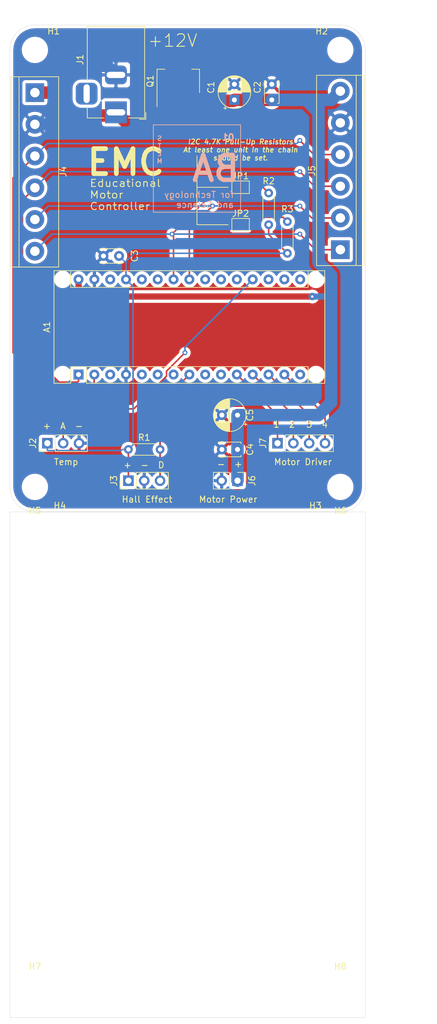
<source format=kicad_pcb>
(kicad_pcb (version 20171130) (host pcbnew 5.1.4-3.fc30)
  (layers (0 F.Cu signal) (31 B.Cu signal) (34 B.Paste user) (35 F.Paste user) (36 B.SilkS user) (37 F.SilkS user) (38 B.Mask user) (39 F.Mask user) (44 Edge.Cuts user))
  (net 0 "")
  (net 1 /RX)
  (net 2 "Net-(A1-Pad17)")
  (net 3 /TX)
  (net 4 "Net-(A1-Pad18)")
  (net 5 "Net-(A1-Pad3)")
  (net 6 /TEMP)
  (net 7 GND)
  (net 8 "Net-(A1-Pad20)")
  (net 9 "Net-(A1-Pad5)")
  (net 10 "Net-(A1-Pad21)")
  (net 11 "Net-(A1-Pad6)")
  (net 12 "Net-(A1-Pad22)")
  (net 13 "Net-(A1-Pad7)")
  (net 14 /SDA)
  (net 15 /HALL)
  (net 16 /SCL)
  (net 17 "Net-(A1-Pad9)")
  (net 18 "Net-(A1-Pad25)")
  (net 19 "Net-(A1-Pad10)")
  (net 20 "Net-(A1-Pad26)")
  (net 21 /M0)
  (net 22 +5V)
  (net 23 /M1)
  (net 24 "Net-(A1-Pad28)")
  (net 25 /M2)
  (net 26 /M3)
  (net 27 +12V)
  (net 28 "Net-(A1-Pad15)")
  (net 29 "Net-(A1-Pad16)")
  (net 30 VCC)
  (net 31 "Net-(J1-Pad3)")
  (net 32 "Net-(JP1-Pad2)")
  (net 33 "Net-(JP2-Pad2)")
  (module Module:Arduino_Nano_WithMountingHoles (layer F.Cu) (at 171 126 90)
    (fp_text reference A1 (at 7.62 -5.08 90) (layer F.SilkS))
    (fp_text value Arduino_Nano_v3.x)
    (pad 1 thru_hole rect (at 0 0 90) (size 1.6 1.6) (drill 0.8) (layers *.Cu *.Mask) (net 1 /RX))
    (pad 17 thru_hole oval (at 15.24 33.02 90) (size 1.6 1.6) (drill 0.8) (layers *.Cu *.Mask) (net 2 "Net-(A1-Pad17)"))
    (pad 2 thru_hole oval (at 0 2.54 90) (size 1.6 1.6) (drill 0.8) (layers *.Cu *.Mask) (net 3 /TX))
    (pad 18 thru_hole oval (at 15.24 30.48 90) (size 1.6 1.6) (drill 0.8) (layers *.Cu *.Mask) (net 4 "Net-(A1-Pad18)"))
    (pad 3 thru_hole oval (at 0 5.08 90) (size 1.6 1.6) (drill 0.8) (layers *.Cu *.Mask) (net 5 "Net-(A1-Pad3)"))
    (pad 19 thru_hole oval (at 15.24 27.94 90) (size 1.6 1.6) (drill 0.8) (layers *.Cu *.Mask) (net 6 /TEMP))
    (pad 4 thru_hole oval (at 0 7.62 90) (size 1.6 1.6) (drill 0.8) (layers *.Cu *.Mask) (net 7 GND))
    (pad 20 thru_hole oval (at 15.24 25.4 90) (size 1.6 1.6) (drill 0.8) (layers *.Cu *.Mask) (net 8 "Net-(A1-Pad20)"))
    (pad 5 thru_hole oval (at 0 10.16 90) (size 1.6 1.6) (drill 0.8) (layers *.Cu *.Mask) (net 9 "Net-(A1-Pad5)"))
    (pad 21 thru_hole oval (at 15.24 22.86 90) (size 1.6 1.6) (drill 0.8) (layers *.Cu *.Mask) (net 10 "Net-(A1-Pad21)"))
    (pad 6 thru_hole oval (at 0 12.7 90) (size 1.6 1.6) (drill 0.8) (layers *.Cu *.Mask) (net 11 "Net-(A1-Pad6)"))
    (pad 22 thru_hole oval (at 15.24 20.32 90) (size 1.6 1.6) (drill 0.8) (layers *.Cu *.Mask) (net 12 "Net-(A1-Pad22)"))
    (pad 7 thru_hole oval (at 0 15.24 90) (size 1.6 1.6) (drill 0.8) (layers *.Cu *.Mask) (net 13 "Net-(A1-Pad7)"))
    (pad 23 thru_hole oval (at 15.24 17.78 90) (size 1.6 1.6) (drill 0.8) (layers *.Cu *.Mask) (net 14 /SDA))
    (pad 8 thru_hole oval (at 0 17.78 90) (size 1.6 1.6) (drill 0.8) (layers *.Cu *.Mask) (net 15 /HALL))
    (pad 24 thru_hole oval (at 15.24 15.24 90) (size 1.6 1.6) (drill 0.8) (layers *.Cu *.Mask) (net 16 /SCL))
    (pad 9 thru_hole oval (at 0 20.32 90) (size 1.6 1.6) (drill 0.8) (layers *.Cu *.Mask) (net 17 "Net-(A1-Pad9)"))
    (pad 25 thru_hole oval (at 15.24 12.7 90) (size 1.6 1.6) (drill 0.8) (layers *.Cu *.Mask) (net 18 "Net-(A1-Pad25)"))
    (pad 10 thru_hole oval (at 0 22.86 90) (size 1.6 1.6) (drill 0.8) (layers *.Cu *.Mask) (net 19 "Net-(A1-Pad10)"))
    (pad 26 thru_hole oval (at 15.24 10.16 90) (size 1.6 1.6) (drill 0.8) (layers *.Cu *.Mask) (net 20 "Net-(A1-Pad26)"))
    (pad 11 thru_hole oval (at 0 25.4 90) (size 1.6 1.6) (drill 0.8) (layers *.Cu *.Mask) (net 21 /M0))
    (pad 27 thru_hole oval (at 15.24 7.62 90) (size 1.6 1.6) (drill 0.8) (layers *.Cu *.Mask) (net 22 +5V))
    (pad 12 thru_hole oval (at 0 27.94 90) (size 1.6 1.6) (drill 0.8) (layers *.Cu *.Mask) (net 23 /M1))
    (pad 28 thru_hole oval (at 15.24 5.08 90) (size 1.6 1.6) (drill 0.8) (layers *.Cu *.Mask) (net 24 "Net-(A1-Pad28)"))
    (pad 13 thru_hole oval (at 0 30.48 90) (size 1.6 1.6) (drill 0.8) (layers *.Cu *.Mask) (net 25 /M2))
    (pad 29 thru_hole oval (at 15.24 2.54 90) (size 1.6 1.6) (drill 0.8) (layers *.Cu *.Mask) (net 7 GND))
    (pad 14 thru_hole oval (at 0 33.02 90) (size 1.6 1.6) (drill 0.8) (layers *.Cu *.Mask) (net 26 /M3))
    (pad 30 thru_hole oval (at 15.24 0 90) (size 1.6 1.6) (drill 0.8) (layers *.Cu *.Mask) (net 27 +12V))
    (pad 15 thru_hole oval (at 0 35.56 90) (size 1.6 1.6) (drill 0.8) (layers *.Cu *.Mask) (net 28 "Net-(A1-Pad15)"))
    (pad 16 thru_hole oval (at 15.24 35.56 90) (size 1.6 1.6) (drill 0.8) (layers *.Cu *.Mask) (net 29 "Net-(A1-Pad16)"))
    (pad "" np_thru_hole circle (at 0 -2.54 90) (size 1.78 1.78) (drill 1.78) (layers *.Cu *.Mask))
    (pad "" np_thru_hole circle (at 15.24 -2.54 90) (size 1.78 1.78) (drill 1.78) (layers *.Cu *.Mask))
    (pad "" np_thru_hole circle (at 15.24 38.1 90) (size 1.78 1.78) (drill 1.78) (layers *.Cu *.Mask))
    (pad "" np_thru_hole circle (at 0 38.1 90) (size 1.78 1.78) (drill 1.78) (layers *.Cu *.Mask))
  )
  (module Capacitor_THT:CP_Radial_D5.0mm_P2.50mm (layer F.Cu) (at 196 82 90)
    (fp_text reference C1 (at 2 -3.75 90) (layer F.SilkS))
    (fp_text value 10uF)
    (pad 1 thru_hole rect (at 0 0 90) (size 1.6 1.6) (drill 0.8) (layers *.Cu *.Mask) (net 27 +12V))
    (pad 2 thru_hole circle (at 2.5 0 90) (size 1.6 1.6) (drill 0.8) (layers *.Cu *.Mask) (net 7 GND))
  )
  (module Capacitor_THT:C_Disc_D3.4mm_W2.1mm_P2.50mm (layer F.Cu) (at 202 82 90)
    (fp_text reference C2 (at 2 -2.3 90) (layer F.SilkS))
    (fp_text value 1uF)
    (pad 1 thru_hole circle (at 0 0 90) (size 1.6 1.6) (drill 0.8) (layers *.Cu *.Mask) (net 27 +12V))
    (pad 2 thru_hole circle (at 2.5 0 90) (size 1.6 1.6) (drill 0.8) (layers *.Cu *.Mask) (net 7 GND))
  )
  (module Capacitor_THT:C_Disc_D3.4mm_W2.1mm_P2.50mm (layer F.Cu) (at 177.5 107 180)
    (fp_text reference C3 (at -2.5 0 90) (layer F.SilkS))
    (fp_text value 1uF)
    (pad 1 thru_hole circle (at 0 0 180) (size 1.6 1.6) (drill 0.8) (layers *.Cu *.Mask) (net 22 +5V))
    (pad 2 thru_hole circle (at 2.5 0 180) (size 1.6 1.6) (drill 0.8) (layers *.Cu *.Mask) (net 7 GND))
  )
  (module Capacitor_THT:C_Disc_D3.4mm_W2.1mm_P2.50mm (layer F.Cu) (at 196.5 138 180)
    (fp_text reference C4 (at -2 0 90) (layer F.SilkS))
    (fp_text value 1uF)
    (pad 2 thru_hole circle (at 2.5 0 180) (size 1.6 1.6) (drill 0.8) (layers *.Cu *.Mask) (net 7 GND))
    (pad 1 thru_hole circle (at 0 0 180) (size 1.6 1.6) (drill 0.8) (layers *.Cu *.Mask) (net 27 +12V))
  )
  (module Capacitor_THT:CP_Radial_D5.0mm_P2.50mm (layer F.Cu) (at 196.5 132.5 180)
    (fp_text reference C5 (at -2 0 90) (layer F.SilkS))
    (fp_text value 1uF)
    (pad 2 thru_hole circle (at 2.5 0 180) (size 1.6 1.6) (drill 0.8) (layers *.Cu *.Mask) (net 7 GND))
    (pad 1 thru_hole rect (at 0 0 180) (size 1.6 1.6) (drill 0.8) (layers *.Cu *.Mask) (net 27 +12V))
  )
  (module MountingHole:MountingHole_3.2mm_M3 (layer F.Cu) (at 164 74)
    (fp_text reference H1 (at 3 -3) (layer F.SilkS))
    (fp_text value MountingHole)
    (pad 1 np_thru_hole circle (at 0 0) (size 3.2 3.2) (drill 3.2) (layers *.Cu *.Mask))
  )
  (module MountingHole:MountingHole_3.2mm_M3 (layer F.Cu) (at 213 74)
    (fp_text reference H2 (at -3 -3) (layer F.SilkS))
    (fp_text value MountingHole)
    (pad 1 np_thru_hole circle (at 0 0) (size 3.2 3.2) (drill 3.2) (layers *.Cu *.Mask))
  )
  (module MountingHole:MountingHole_3.2mm_M3 (layer F.Cu) (at 213 144)
    (fp_text reference H3 (at -4 3) (layer F.SilkS))
    (fp_text value MountingHole)
    (pad 1 np_thru_hole circle (at 0 0) (size 3.2 3.2) (drill 3.2) (layers *.Cu *.Mask))
  )
  (module MountingHole:MountingHole_3.2mm_M3 (layer F.Cu) (at 164 144)
    (fp_text reference H4 (at 4 3) (layer F.SilkS))
    (fp_text value MountingHole)
    (pad 1 np_thru_hole circle (at 0 0) (size 3.2 3.2) (drill 3.2) (layers *.Cu *.Mask))
  )
  (module MountingHole:MountingHole_3.2mm_M3 (layer F.Cu) (at 164 152)
    (fp_text reference H5 (at 0 -4.2) (layer F.SilkS))
    (fp_text value MountingHole)
    (pad 1 np_thru_hole circle (at 0 0) (size 3.2 3.2) (drill 3.2) (layers *.Cu *.Mask))
  )
  (module MountingHole:MountingHole_3.2mm_M3 (layer F.Cu) (at 213 152)
    (fp_text reference H6 (at 0 -4.2) (layer F.SilkS))
    (fp_text value MountingHole)
    (pad 1 np_thru_hole circle (at 0 0) (size 3.2 3.2) (drill 3.2) (layers *.Cu *.Mask))
  )
  (module MountingHole:MountingHole_3.2mm_M3 (layer F.Cu) (at 164 225)
    (fp_text reference H7 (at 0 -4.2) (layer F.SilkS))
    (fp_text value MountingHole)
    (pad 1 np_thru_hole circle (at 0 0) (size 3.2 3.2) (drill 3.2) (layers *.Cu *.Mask))
  )
  (module MountingHole:MountingHole_3.2mm_M3 (layer F.Cu) (at 213 225)
    (fp_text reference H8 (at 0 -4.2) (layer F.SilkS))
    (fp_text value MountingHole)
    (pad 1 np_thru_hole circle (at 0 0) (size 3.2 3.2) (drill 3.2) (layers *.Cu *.Mask))
  )
  (module Connector_BarrelJack:BarrelJack_Horizontal (layer F.Cu) (at 177 84 270)
    (fp_text reference J1 (at -8.45 5.75 90) (layer F.SilkS))
    (fp_text value PWR)
    (pad 1 thru_hole rect (at 0 0 270) (size 3.5 3.5) (drill oval 1 3) (layers *.Cu *.Mask) (net 30 VCC))
    (pad 2 thru_hole roundrect (at -6 0 270) (size 3 3.5) (drill oval 1 3) (layers *.Cu *.Mask) (net 7 GND))
    (pad 3 thru_hole roundrect (at -3 4.7 270) (size 3.5 3.5) (drill oval 3 1) (layers *.Cu *.Mask) (net 31 "Net-(J1-Pad3)"))
  )
  (module Connector_PinHeader_2.54mm:PinHeader_1x03_P2.54mm_Vertical (layer F.Cu) (at 166 137 90)
    (fp_text reference J2 (at 0 -2.33 90) (layer F.SilkS))
    (fp_text value TEMP)
    (pad 1 thru_hole rect (at 0 0 90) (size 1.7 1.7) (drill 1) (layers *.Cu *.Mask) (net 22 +5V))
    (pad 2 thru_hole oval (at 0 2.54 90) (size 1.7 1.7) (drill 1) (layers *.Cu *.Mask) (net 6 /TEMP))
    (pad 3 thru_hole oval (at 0 5.08 90) (size 1.7 1.7) (drill 1) (layers *.Cu *.Mask) (net 7 GND))
  )
  (module Connector_PinHeader_2.54mm:PinHeader_1x03_P2.54mm_Vertical (layer F.Cu) (at 179 143 90)
    (fp_text reference J3 (at 0 -2.33 90) (layer F.SilkS))
    (fp_text value HALL)
    (pad 3 thru_hole oval (at 0 5.08 90) (size 1.7 1.7) (drill 1) (layers *.Cu *.Mask) (net 15 /HALL))
    (pad 2 thru_hole oval (at 0 2.54 90) (size 1.7 1.7) (drill 1) (layers *.Cu *.Mask) (net 7 GND))
    (pad 1 thru_hole rect (at 0 0 90) (size 1.7 1.7) (drill 1) (layers *.Cu *.Mask) (net 22 +5V))
  )
  (module TerminalBlock:TerminalBlock_bornier-6_P5.08mm (layer F.Cu) (at 164 80.84 270)
    (fp_text reference J4 (at 12.65 -4.55 90) (layer F.SilkS))
    (fp_text value IN)
    (pad 6 thru_hole circle (at 25.4 0 270) (size 3 3) (drill 1.52) (layers *.Cu *.Mask) (net 16 /SCL))
    (pad 5 thru_hole circle (at 20.32 0 270) (size 3 3) (drill 1.52) (layers *.Cu *.Mask) (net 14 /SDA))
    (pad 4 thru_hole circle (at 15.24 0 270) (size 3 3) (drill 1.52) (layers *.Cu *.Mask) (net 1 /RX))
    (pad 1 thru_hole rect (at 0 0 270) (size 3 3) (drill 1.52) (layers *.Cu *.Mask) (net 30 VCC))
    (pad 3 thru_hole circle (at 10.16 0 270) (size 3 3) (drill 1.52) (layers *.Cu *.Mask) (net 3 /TX))
    (pad 2 thru_hole circle (at 5.08 0 270) (size 3 3) (drill 1.52) (layers *.Cu *.Mask) (net 7 GND))
  )
  (module TerminalBlock:TerminalBlock_bornier-6_P5.08mm (layer F.Cu) (at 213 106 90)
    (fp_text reference J5 (at 12.65 -4.55 90) (layer F.SilkS))
    (fp_text value OUT)
    (pad 2 thru_hole circle (at 5.08 0 90) (size 3 3) (drill 1.52) (layers *.Cu *.Mask) (net 14 /SDA))
    (pad 3 thru_hole circle (at 10.16 0 90) (size 3 3) (drill 1.52) (layers *.Cu *.Mask) (net 1 /RX))
    (pad 1 thru_hole rect (at 0 0 90) (size 3 3) (drill 1.52) (layers *.Cu *.Mask) (net 16 /SCL))
    (pad 4 thru_hole circle (at 15.24 0 90) (size 3 3) (drill 1.52) (layers *.Cu *.Mask) (net 3 /TX))
    (pad 5 thru_hole circle (at 20.32 0 90) (size 3 3) (drill 1.52) (layers *.Cu *.Mask) (net 7 GND))
    (pad 6 thru_hole circle (at 25.4 0 90) (size 3 3) (drill 1.52) (layers *.Cu *.Mask) (net 27 +12V))
  )
  (module Connector_PinHeader_2.54mm:PinHeader_1x02_P2.54mm_Vertical (layer F.Cu) (at 196.5 143 270)
    (fp_text reference J6 (at 0 -2.33 90) (layer F.SilkS))
    (fp_text value MPWR)
    (pad 1 thru_hole rect (at 0 0 270) (size 1.7 1.7) (drill 1) (layers *.Cu *.Mask) (net 27 +12V))
    (pad 2 thru_hole oval (at 0 2.54 270) (size 1.7 1.7) (drill 1) (layers *.Cu *.Mask) (net 7 GND))
  )
  (module Connector_PinHeader_2.54mm:PinHeader_1x04_P2.54mm_Vertical (layer F.Cu) (at 202.92 137 90)
    (fp_text reference J7 (at 0 -2.33 90) (layer F.SilkS))
    (fp_text value MCTL)
    (pad 1 thru_hole rect (at 0 0 90) (size 1.7 1.7) (drill 1) (layers *.Cu *.Mask) (net 21 /M0))
    (pad 2 thru_hole oval (at 0 2.54 90) (size 1.7 1.7) (drill 1) (layers *.Cu *.Mask) (net 23 /M1))
    (pad 3 thru_hole oval (at 0 5.08 90) (size 1.7 1.7) (drill 1) (layers *.Cu *.Mask) (net 25 /M2))
    (pad 4 thru_hole oval (at 0 7.62 90) (size 1.7 1.7) (drill 1) (layers *.Cu *.Mask) (net 26 /M3))
  )
  (module Jumper:SolderJumper-2_P1.3mm_Open_TrianglePad1.0x1.5mm (layer F.Cu) (at 197 96)
    (fp_text reference JP1 (at 0 -1.8) (layer F.SilkS))
    (fp_text value SCL_PU)
    (pad 2 smd custom (at 0.725 0) (size 0.3 0.3) (layers F.Cu F.Mask) (net 32 "Net-(JP1-Pad2)") (options (clearance outline) (anchor rect)) (primitives (gr_poly (pts (xy -0.65 -0.75) (xy 0.5 -0.75) (xy 0.5 0.75) (xy -0.65 0.75) (xy -0.15 0)) (width 0))))
    (pad 1 smd custom (at -0.725 0) (size 0.3 0.3) (layers F.Cu F.Mask) (net 16 /SCL) (options (clearance outline) (anchor rect)) (primitives (gr_poly (pts (xy -0.5 -0.75) (xy 0.5 -0.75) (xy 1 0) (xy 0.5 0.75) (xy -0.5 0.75)) (width 0))))
  )
  (module Jumper:SolderJumper-2_P1.3mm_Open_TrianglePad1.0x1.5mm (layer F.Cu) (at 197 102)
    (fp_text reference JP2 (at 0 -1.8) (layer F.SilkS))
    (fp_text value SDA_PU)
    (pad 1 smd custom (at -0.725 0) (size 0.3 0.3) (layers F.Cu F.Mask) (net 14 /SDA) (options (clearance outline) (anchor rect)) (primitives (gr_poly (pts (xy -0.5 -0.75) (xy 0.5 -0.75) (xy 1 0) (xy 0.5 0.75) (xy -0.5 0.75)) (width 0))))
    (pad 2 smd custom (at 0.725 0) (size 0.3 0.3) (layers F.Cu F.Mask) (net 33 "Net-(JP2-Pad2)") (options (clearance outline) (anchor rect)) (primitives (gr_poly (pts (xy -0.65 -0.75) (xy 0.5 -0.75) (xy 0.5 0.75) (xy -0.65 0.75) (xy -0.15 0)) (width 0))))
  )
  (module Package_TO_SOT_SMD:SOT-223-3_TabPin2 (layer F.Cu) (at 187 79 90)
    (fp_text reference Q1 (at 0 -4.5 90) (layer F.SilkS))
    (fp_text value Q_PMOS_GDS)
    (pad 2 smd rect (at 3.15 0 90) (size 2 3.8) (layers F.Cu F.Paste F.Mask) (net 30 VCC))
    (pad 2 smd rect (at -3.15 0 90) (size 2 1.5) (layers F.Cu F.Paste F.Mask) (net 30 VCC))
    (pad 3 smd rect (at -3.15 2.3 90) (size 2 1.5) (layers F.Cu F.Paste F.Mask) (net 27 +12V))
    (pad 1 smd rect (at -3.15 -2.3 90) (size 2 1.5) (layers F.Cu F.Paste F.Mask) (net 7 GND))
  )
  (module Resistor_THT:R_Axial_DIN0204_L3.6mm_D1.6mm_P5.08mm_Horizontal (layer F.Cu) (at 179 138)
    (fp_text reference R1 (at 2.54 -1.92) (layer F.SilkS))
    (fp_text value 10K)
    (pad 1 thru_hole circle (at 0 0) (size 1.4 1.4) (drill 0.7) (layers *.Cu *.Mask) (net 22 +5V))
    (pad 2 thru_hole oval (at 5.08 0) (size 1.4 1.4) (drill 0.7) (layers *.Cu *.Mask) (net 15 /HALL))
  )
  (module Resistor_THT:R_Axial_DIN0204_L3.6mm_D1.6mm_P5.08mm_Horizontal (layer F.Cu) (at 201.5 102 90)
    (fp_text reference R2 (at 7 0 180) (layer F.SilkS))
    (fp_text value 4.7K)
    (pad 1 thru_hole circle (at 0 0 90) (size 1.4 1.4) (drill 0.7) (layers *.Cu *.Mask) (net 22 +5V))
    (pad 2 thru_hole oval (at 5.08 0 90) (size 1.4 1.4) (drill 0.7) (layers *.Cu *.Mask) (net 32 "Net-(JP1-Pad2)"))
  )
  (module Resistor_THT:R_Axial_DIN0204_L3.6mm_D1.6mm_P5.08mm_Horizontal (layer F.Cu) (at 204.5 106.58 90)
    (fp_text reference R3 (at 7.08 0 180) (layer F.SilkS))
    (fp_text value 4.7K)
    (pad 2 thru_hole oval (at 5.08 0 90) (size 1.4 1.4) (drill 0.7) (layers *.Cu *.Mask) (net 33 "Net-(JP2-Pad2)"))
    (pad 1 thru_hole circle (at 0 0 90) (size 1.4 1.4) (drill 0.7) (layers *.Cu *.Mask) (net 22 +5V))
  )
  (gr_text "S\nT\nE\nM" (at 184 90) (layer B.SilkS) (effects (font (size 0.75 0.75)) (justify mirror)))
  (gr_text "for Technology\nand Science" (at 196 98) (layer B.SilkS) (effects (font (size 1 1)) (justify left mirror)))
  (gr_text BA (at 193 93) (layer B.SilkS) (effects (font (size 4 4) (thickness 0.7)) (justify mirror)))
  (gr_text 01 (at 195 88) (layer B.SilkS) (effects (font (size 1 1) (thickness 0.25)) (justify mirror)))
  (gr_line (start 183 86) (end 197 86) (layer B.SilkS) (width 0.12))
  (gr_line (start 183 100) (end 183 86) (layer B.SilkS) (width 0.12))
  (gr_line (start 197 100) (end 183 100) (layer B.SilkS) (width 0.12))
  (gr_line (start 197 86) (end 197 100) (layer B.SilkS) (width 0.12))
  (gr_line (start 160 148) (end 164 148) (layer Edge.Cuts) (width 0.05))
  (gr_line (start 217 148) (end 213 148) (layer Edge.Cuts) (width 0.05))
  (gr_line (start 217 229) (end 217 148) (layer Edge.Cuts) (width 0.05))
  (gr_line (start 160 148) (end 160 229) (layer Edge.Cuts) (width 0.05))
  (gr_line (start 160 144) (end 160 74) (layer Edge.Cuts) (width 0.05))
  (gr_line (start 213 148) (end 164 148) (layer Edge.Cuts) (width 0.1))
  (gr_line (start 217 74) (end 217 144) (layer Edge.Cuts) (width 0.05))
  (gr_line (start 164 70) (end 213 70) (layer Edge.Cuts) (width 0.05))
  (gr_arc (start 164 144) (end 160 144) (angle -90) (layer Edge.Cuts) (width 0.05))
  (gr_arc (start 213 144) (end 217 144) (angle 90) (layer Edge.Cuts) (width 0.05))
  (gr_arc (start 213 74) (end 213 70) (angle 90) (layer Edge.Cuts) (width 0.05))
  (gr_arc (start 164 74) (end 160 74) (angle 90) (layer Edge.Cuts) (width 0.05))
  (gr_line (start 160 229) (end 217 229) (layer Edge.Cuts) (width 0.05))
  (gr_text "+  -" (at 195.25 140.5 180) (layer F.SilkS) (effects (font (size 1 1))))
  (gr_text "+  -  D" (at 181.5 140.5) (layer F.SilkS) (effects (font (size 1 1))))
  (gr_text "+  A  -" (at 168.5 134.25) (layer F.SilkS) (effects (font (size 1 1))))
  (gr_text Temp (at 169 140) (layer F.SilkS) (effects (font (size 1 1))))
  (gr_text 4 (at 210.5 134) (layer F.SilkS) (effects (font (size 1 1))))
  (gr_text 3 (at 208 134) (layer F.SilkS) (effects (font (size 1 1))))
  (gr_text 2 (at 205.25 134) (layer F.SilkS) (effects (font (size 1 1))))
  (gr_text 1 (at 202.75 134) (layer F.SilkS) (effects (font (size 1 1))))
  (gr_text "Motor Driver" (at 207 140) (layer F.SilkS) (effects (font (size 1 1))))
  (gr_text "Hall Effect" (at 182 146) (layer F.SilkS) (effects (font (size 1 1))))
  (gr_text "Motor Power" (at 195 146) (layer F.SilkS) (effects (font (size 1 1))))
  (gr_text +12V (at 182 72.5) (layer F.SilkS) (effects (font (size 2 2)) (justify left)))
  (gr_line (start 190 96) (end 195 96) (layer F.SilkS) (width 0.12))
  (gr_line (start 190 102) (end 195 102) (layer F.SilkS) (width 0.12))
  (gr_line (start 190 91) (end 190 102) (layer F.SilkS) (width 0.12))
  (gr_text "I2C 4.7K Pull-Up Resistors\nAt least one unit in the chain\nshould be set." (at 197 90) (layer F.SilkS) (effects (font (size 0.8 0.8) (thickness 0.15) italic)))
  (gr_text "Educational\nMotor\nController" (at 172.7 97.2) (layer F.SilkS) (effects (font (size 1.15 1.3)) (justify left)))
  (gr_text EMC (at 172 92) (layer F.SilkS) (effects (font (size 4 4) (thickness 0.75)) (justify left)))
  (via (at 206.5 93.49999) (size 0.8) (drill 0.4) (layers F.Cu B.Cu) (net 1))
  (segment (start 206.899999 93.899989) (end 206.5 93.49999) (width 0.25) (layer F.Cu) (net 1))
  (segment (start 213 95.84) (end 208.84001 95.84) (width 0.25) (layer F.Cu) (net 1))
  (segment (start 208.84001 95.84) (end 206.899999 93.899989) (width 0.25) (layer F.Cu) (net 1))
  (segment (start 166.58001 93.49999) (end 205.934315 93.49999) (width 0.25) (layer B.Cu) (net 1))
  (segment (start 164 96.08) (end 166.58001 93.49999) (width 0.25) (layer B.Cu) (net 1))
  (segment (start 205.934315 93.49999) (end 206.5 93.49999) (width 0.25) (layer B.Cu) (net 1))
  (segment (start 167.876799 127.215001) (end 162 121.338202) (width 0.25) (layer F.Cu) (net 1))
  (segment (start 170.834999 127.215001) (end 167.876799 127.215001) (width 0.25) (layer F.Cu) (net 1))
  (segment (start 171 126) (end 171 127.05) (width 0.25) (layer F.Cu) (net 1))
  (segment (start 171 127.05) (end 170.834999 127.215001) (width 0.25) (layer F.Cu) (net 1))
  (segment (start 162 98.08) (end 164 96.08) (width 0.25) (layer F.Cu) (net 1))
  (segment (start 162 121.338202) (end 162 98.08) (width 0.25) (layer F.Cu) (net 1))
  (segment (start 164 91) (end 166 89) (width 0.25) (layer B.Cu) (net 3))
  (via (at 206.5 88.5) (size 0.8) (drill 0.4) (layers F.Cu B.Cu) (net 3))
  (segment (start 166 89) (end 206 89) (width 0.25) (layer B.Cu) (net 3))
  (segment (start 206 89) (end 206.5 88.5) (width 0.25) (layer B.Cu) (net 3))
  (segment (start 208.76 90.76) (end 213 90.76) (width 0.25) (layer F.Cu) (net 3))
  (segment (start 206.5 88.5) (end 208.76 90.76) (width 0.25) (layer F.Cu) (net 3))
  (segment (start 173.5 126.04) (end 173.5 129) (width 0.25) (layer F.Cu) (net 3))
  (segment (start 173.5 129) (end 167 129) (width 0.25) (layer F.Cu) (net 3))
  (segment (start 173.54 126) (end 173.5 126.04) (width 0.25) (layer F.Cu) (net 3))
  (segment (start 167 129) (end 160.5 122.5) (width 0.25) (layer F.Cu) (net 3))
  (segment (start 160.5 94.5) (end 164 91) (width 0.25) (layer F.Cu) (net 3))
  (segment (start 160.5 122.5) (end 160.5 94.5) (width 0.25) (layer F.Cu) (net 3))
  (via (at 188.074998 122.5) (size 0.8) (drill 0.4) (layers F.Cu B.Cu) (net 6))
  (segment (start 188.074998 121.625002) (end 188.074998 122.5) (width 0.25) (layer B.Cu) (net 6))
  (segment (start 198.94 110.76) (end 188.074998 121.625002) (width 0.25) (layer B.Cu) (net 6))
  (segment (start 168.54 137) (end 168.54 132.96) (width 0.25) (layer F.Cu) (net 6))
  (segment (start 185.114999 125.459999) (end 188.074998 122.5) (width 0.25) (layer F.Cu) (net 6))
  (segment (start 168.54 132.96) (end 170 131.5) (width 0.25) (layer F.Cu) (net 6))
  (segment (start 179.865002 131.5) (end 185.114999 126.250003) (width 0.25) (layer F.Cu) (net 6))
  (segment (start 170 131.5) (end 179.865002 131.5) (width 0.25) (layer F.Cu) (net 6))
  (segment (start 185.114999 126.250003) (end 185.114999 125.459999) (width 0.25) (layer F.Cu) (net 6))
  (segment (start 175.539545 76.539545) (end 170.539545 76.539545) (width 2) (layer B.Cu) (net 7))
  (segment (start 177 78) (end 175.539545 76.539545) (width 2) (layer B.Cu) (net 7))
  (segment (start 170.539545 76.539545) (end 168 79.07909) (width 2) (layer B.Cu) (net 7))
  (segment (start 168 79.07909) (end 168 84) (width 2) (layer B.Cu) (net 7))
  (segment (start 168 84) (end 166 86) (width 2) (layer B.Cu) (net 7))
  (segment (start 165.92 85.92) (end 164 85.92) (width 2) (layer B.Cu) (net 7))
  (segment (start 166 86) (end 165.92 85.92) (width 2) (layer B.Cu) (net 7))
  (segment (start 164 101.16) (end 166.16 99) (width 0.25) (layer B.Cu) (net 14))
  (via (at 206.5 99) (size 0.8) (drill 0.4) (layers F.Cu B.Cu) (net 14))
  (segment (start 208.42 100.92) (end 213 100.92) (width 0.25) (layer F.Cu) (net 14))
  (segment (start 206.5 99) (end 208.42 100.92) (width 0.25) (layer F.Cu) (net 14))
  (segment (start 188.78 102.72) (end 192.5 99) (width 0.25) (layer F.Cu) (net 14))
  (segment (start 188.78 110.76) (end 188.78 102.72) (width 0.25) (layer F.Cu) (net 14))
  (segment (start 166.16 99) (end 192.5 99) (width 0.25) (layer B.Cu) (net 14))
  (via (at 192.5 99) (size 0.8) (drill 0.4) (layers F.Cu B.Cu) (net 14))
  (segment (start 192.5 99) (end 206.5 99) (width 0.25) (layer B.Cu) (net 14))
  (segment (start 189.5 102) (end 188.78 102.72) (width 0.25) (layer F.Cu) (net 14))
  (segment (start 196.275 102) (end 189.5 102) (width 0.25) (layer F.Cu) (net 14))
  (segment (start 184.08 138) (end 184.08 143) (width 0.25) (layer F.Cu) (net 15))
  (segment (start 184.08 130.7) (end 188.78 126) (width 0.25) (layer F.Cu) (net 15))
  (segment (start 184.08 138) (end 184.08 130.7) (width 0.25) (layer F.Cu) (net 15))
  (segment (start 164 106.24) (end 166.74 103.5) (width 0.25) (layer B.Cu) (net 16))
  (via (at 206.5 103.5) (size 0.8) (drill 0.4) (layers F.Cu B.Cu) (net 16))
  (segment (start 206.5 103.5) (end 209 106) (width 0.25) (layer F.Cu) (net 16))
  (segment (start 209 106) (end 213 106) (width 0.25) (layer F.Cu) (net 16))
  (via (at 186 103.5) (size 0.8) (drill 0.4) (layers F.Cu B.Cu) (net 16))
  (segment (start 186.24 110.76) (end 186.24 103.74) (width 0.25) (layer F.Cu) (net 16))
  (segment (start 166.74 103.5) (end 186 103.5) (width 0.25) (layer B.Cu) (net 16))
  (segment (start 186.24 103.74) (end 186 103.5) (width 0.25) (layer F.Cu) (net 16))
  (segment (start 186 103.5) (end 206.5 103.5) (width 0.25) (layer B.Cu) (net 16))
  (segment (start 193.5 96) (end 186 103.5) (width 0.25) (layer F.Cu) (net 16))
  (segment (start 196.275 96) (end 193.5 96) (width 0.25) (layer F.Cu) (net 16))
  (segment (start 202.92 132.52) (end 202.92 137) (width 0.25) (layer F.Cu) (net 21))
  (segment (start 196.4 126) (end 202.92 132.52) (width 0.25) (layer F.Cu) (net 21))
  (segment (start 201.5 103.58) (end 204.5 106.58) (width 0.25) (layer F.Cu) (net 22))
  (segment (start 201.5 102) (end 201.5 103.58) (width 0.25) (layer F.Cu) (net 22))
  (segment (start 178.62 108.12) (end 178.62 110.76) (width 0.25) (layer B.Cu) (net 22))
  (segment (start 179.92 106.58) (end 178.5 108) (width 0.25) (layer B.Cu) (net 22))
  (segment (start 204.5 106.58) (end 179.92 106.58) (width 0.25) (layer B.Cu) (net 22))
  (segment (start 177.5 107) (end 178.5 108) (width 0.25) (layer B.Cu) (net 22))
  (segment (start 178.5 108) (end 178.62 108.12) (width 0.25) (layer B.Cu) (net 22))
  (segment (start 179 141.9) (end 179 138) (width 0.25) (layer F.Cu) (net 22))
  (segment (start 179 143) (end 179 141.9) (width 0.25) (layer F.Cu) (net 22))
  (segment (start 177.83505 138.175001) (end 178.010051 138) (width 0.25) (layer B.Cu) (net 22))
  (segment (start 178.010051 138) (end 179 138) (width 0.25) (layer B.Cu) (net 22))
  (segment (start 166.075001 138.175001) (end 177.83505 138.175001) (width 0.25) (layer B.Cu) (net 22))
  (segment (start 166 138.1) (end 166.075001 138.175001) (width 0.25) (layer B.Cu) (net 22))
  (segment (start 166 137) (end 166 138.1) (width 0.25) (layer B.Cu) (net 22))
  (segment (start 179.419999 111.559999) (end 178.62 110.76) (width 0.25) (layer B.Cu) (net 22))
  (segment (start 179.745001 111.885001) (end 179.419999 111.559999) (width 0.25) (layer B.Cu) (net 22))
  (segment (start 179.745001 137.254999) (end 179.745001 111.885001) (width 0.25) (layer B.Cu) (net 22))
  (segment (start 179 138) (end 179.745001 137.254999) (width 0.25) (layer B.Cu) (net 22))
  (segment (start 205.46 132.52) (end 205.46 137) (width 0.25) (layer F.Cu) (net 23))
  (segment (start 198.94 126) (end 205.46 132.52) (width 0.25) (layer F.Cu) (net 23))
  (segment (start 208 132.52) (end 208 137) (width 0.25) (layer F.Cu) (net 25))
  (segment (start 201.48 126) (end 208 132.52) (width 0.25) (layer F.Cu) (net 25))
  (segment (start 210.54 132.52) (end 210.54 137) (width 0.25) (layer F.Cu) (net 26))
  (segment (start 204.02 126) (end 210.54 132.52) (width 0.25) (layer F.Cu) (net 26))
  (segment (start 195.85 82.15) (end 196 82) (width 2) (layer F.Cu) (net 27))
  (segment (start 189.3 82.15) (end 195.85 82.15) (width 2) (layer F.Cu) (net 27))
  (segment (start 196 82) (end 202 82) (width 2) (layer F.Cu) (net 27))
  (segment (start 213 80.6) (end 211.6 82) (width 2) (layer B.Cu) (net 27))
  (segment (start 211.6 82) (end 209.5 82) (width 2) (layer B.Cu) (net 27))
  (segment (start 201.5 132.5) (end 196.5 132.5) (width 2) (layer B.Cu) (net 27))
  (segment (start 209.5 108.066798) (end 211.5 110.066798) (width 2) (layer B.Cu) (net 27))
  (segment (start 211.5 130.5) (end 209.5 132.5) (width 2) (layer B.Cu) (net 27))
  (segment (start 209.5 132.5) (end 201.5 132.5) (width 2) (layer B.Cu) (net 27))
  (segment (start 196.5 132.5) (end 196.5 138) (width 2) (layer B.Cu) (net 27))
  (segment (start 196.5 138) (end 196.5 143) (width 2) (layer B.Cu) (net 27))
  (segment (start 207.5 82) (end 209.5 84) (width 2) (layer B.Cu) (net 27))
  (segment (start 205 82) (end 207.5 82) (width 2) (layer B.Cu) (net 27))
  (segment (start 209.5 82) (end 205 82) (width 2) (layer B.Cu) (net 27))
  (segment (start 205 82) (end 202 82) (width 2) (layer B.Cu) (net 27))
  (segment (start 209.5 82) (end 209.5 84) (width 2) (layer B.Cu) (net 27))
  (segment (start 209.5 84) (end 209.5 108.066798) (width 2) (layer B.Cu) (net 27))
  (segment (start 211 112.5) (end 211.5 112) (width 0.5) (layer B.Cu) (net 27))
  (segment (start 211.5 110.066798) (end 211.5 112) (width 2) (layer B.Cu) (net 27))
  (segment (start 171 110.76) (end 171 112) (width 1) (layer F.Cu) (net 27))
  (segment (start 171 112) (end 172.5 113.5) (width 1) (layer F.Cu) (net 27))
  (segment (start 172.5 113.5) (end 208.5 113.5) (width 1) (layer F.Cu) (net 27))
  (via (at 208.5 113.5) (size 1.2) (drill 0.4) (layers F.Cu B.Cu) (net 27))
  (segment (start 211 113.5) (end 211.5 113) (width 1) (layer B.Cu) (net 27))
  (segment (start 211.5 112) (end 211.5 113) (width 2) (layer B.Cu) (net 27))
  (segment (start 208.5 113.5) (end 211 113.5) (width 1) (layer B.Cu) (net 27))
  (segment (start 211.5 113) (end 211.5 130.5) (width 2) (layer B.Cu) (net 27))
  (segment (start 167.5 80.84) (end 168.5 81.84) (width 2) (layer F.Cu) (net 30))
  (segment (start 168.5 81.84) (end 168.5 83.5) (width 2) (layer F.Cu) (net 30))
  (segment (start 176.5 84.5) (end 177 84) (width 2) (layer F.Cu) (net 30))
  (segment (start 164 80.84) (end 167.5 80.84) (width 2) (layer F.Cu) (net 30))
  (segment (start 168.5 83.5) (end 169.5 84.5) (width 2) (layer F.Cu) (net 30))
  (segment (start 169.5 84.5) (end 176.5 84.5) (width 2) (layer F.Cu) (net 30))
  (segment (start 186 85.5) (end 178.5 85.5) (width 2) (layer F.Cu) (net 30))
  (segment (start 178.5 85.5) (end 177 84) (width 2) (layer F.Cu) (net 30))
  (segment (start 187 82.15) (end 187 84.5) (width 2) (layer F.Cu) (net 30))
  (segment (start 187 84.5) (end 186 85.5) (width 2) (layer F.Cu) (net 30))
  (segment (start 187 75.85) (end 187 82.15) (width 2) (layer F.Cu) (net 30))
  (segment (start 200.58 96) (end 201.5 96.92) (width 0.25) (layer F.Cu) (net 32))
  (segment (start 197.725 96) (end 200.58 96) (width 0.25) (layer F.Cu) (net 32))
  (segment (start 203.800001 100.800001) (end 204.5 101.5) (width 0.25) (layer F.Cu) (net 33))
  (segment (start 198.924999 100.800001) (end 203.800001 100.800001) (width 0.25) (layer F.Cu) (net 33))
  (segment (start 197.725 102) (end 198.924999 100.800001) (width 0.25) (layer F.Cu) (net 33))
  (zone (net 7) (net_name GND) (layer F.Cu) (connect_pads (clearance 0.508)) (min_thickness 0.254) (fill yes (arc_segments 32) (thermal_gap 0.508) (thermal_bridge_width 0.508))
    (polygon (pts (xy 217 148) (xy 217 70) (xy 160 70) (xy 160 148)))
  )
  (zone (net 7) (net_name GND) (layer B.Cu) (connect_pads (clearance 0.508)) (min_thickness 0.254) (fill yes (arc_segments 32) (thermal_gap 0.508) (thermal_bridge_width 0.508))
    (polygon (pts (xy 160 148) (xy 160 70) (xy 217 70) (xy 217 148)))
  )
)
</source>
